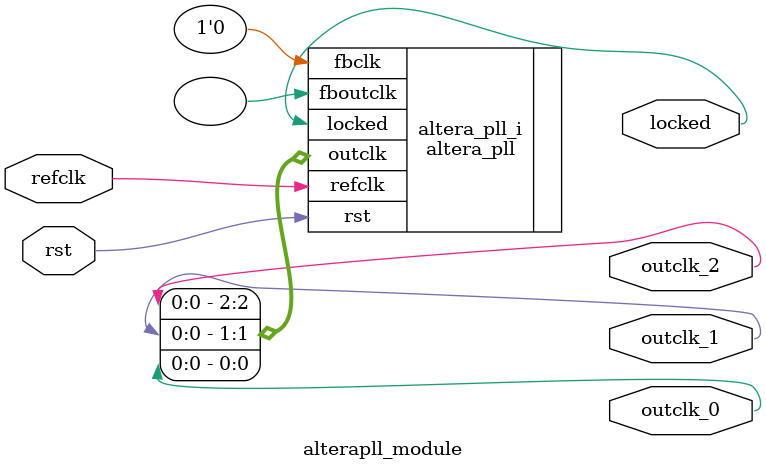
<source format=v>
`timescale 1ns/10ps
module  alterapll_module(

	// interface 'refclk'
	input wire refclk,

	// interface 'reset'
	input wire rst,

	// interface 'outclk0'
	output wire outclk_0,

	// interface 'outclk1'
	output wire outclk_1,

	// interface 'outclk2'
	output wire outclk_2,

	// interface 'locked'
	output wire locked
);

	altera_pll #(
		.fractional_vco_multiplier("false"),
		.reference_clock_frequency("50.0 MHz"),
		.operation_mode("direct"),
		.number_of_clocks(3),
		.output_clock_frequency0("25.000000 MHz"),
		.phase_shift0("0 ps"),
		.duty_cycle0(50),
		.output_clock_frequency1("75.000000 MHz"),
		.phase_shift1("0 ps"),
		.duty_cycle1(50),
		.output_clock_frequency2("33.000000 MHz"),
		.phase_shift2("0 ps"),
		.duty_cycle2(50),
		.output_clock_frequency3("0 MHz"),
		.phase_shift3("0 ps"),
		.duty_cycle3(50),
		.output_clock_frequency4("0 MHz"),
		.phase_shift4("0 ps"),
		.duty_cycle4(50),
		.output_clock_frequency5("0 MHz"),
		.phase_shift5("0 ps"),
		.duty_cycle5(50),
		.output_clock_frequency6("0 MHz"),
		.phase_shift6("0 ps"),
		.duty_cycle6(50),
		.output_clock_frequency7("0 MHz"),
		.phase_shift7("0 ps"),
		.duty_cycle7(50),
		.output_clock_frequency8("0 MHz"),
		.phase_shift8("0 ps"),
		.duty_cycle8(50),
		.output_clock_frequency9("0 MHz"),
		.phase_shift9("0 ps"),
		.duty_cycle9(50),
		.output_clock_frequency10("0 MHz"),
		.phase_shift10("0 ps"),
		.duty_cycle10(50),
		.output_clock_frequency11("0 MHz"),
		.phase_shift11("0 ps"),
		.duty_cycle11(50),
		.output_clock_frequency12("0 MHz"),
		.phase_shift12("0 ps"),
		.duty_cycle12(50),
		.output_clock_frequency13("0 MHz"),
		.phase_shift13("0 ps"),
		.duty_cycle13(50),
		.output_clock_frequency14("0 MHz"),
		.phase_shift14("0 ps"),
		.duty_cycle14(50),
		.output_clock_frequency15("0 MHz"),
		.phase_shift15("0 ps"),
		.duty_cycle15(50),
		.output_clock_frequency16("0 MHz"),
		.phase_shift16("0 ps"),
		.duty_cycle16(50),
		.output_clock_frequency17("0 MHz"),
		.phase_shift17("0 ps"),
		.duty_cycle17(50),
		.pll_type("General"),
		.pll_subtype("General")
	) altera_pll_i (
		.rst	(rst),
		.outclk	({outclk_2, outclk_1, outclk_0}),
		.locked	(locked),
		.fboutclk	( ),
		.fbclk	(1'b0),
		.refclk	(refclk)
	);
endmodule


</source>
